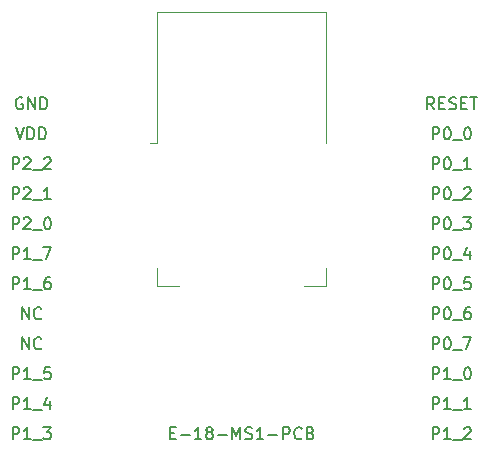
<source format=gbr>
%TF.GenerationSoftware,KiCad,Pcbnew,5.1.9-73d0e3b20d~88~ubuntu20.04.1*%
%TF.CreationDate,2021-04-17T15:00:08+02:00*%
%TF.ProjectId,e18sock,65313873-6f63-46b2-9e6b-696361645f70,rev?*%
%TF.SameCoordinates,Original*%
%TF.FileFunction,Legend,Top*%
%TF.FilePolarity,Positive*%
%FSLAX46Y46*%
G04 Gerber Fmt 4.6, Leading zero omitted, Abs format (unit mm)*
G04 Created by KiCad (PCBNEW 5.1.9-73d0e3b20d~88~ubuntu20.04.1) date 2021-04-17 15:00:08*
%MOMM*%
%LPD*%
G01*
G04 APERTURE LIST*
%ADD10C,0.150000*%
%ADD11C,0.120000*%
G04 APERTURE END LIST*
D10*
X146994761Y-38552380D02*
X146994761Y-37552380D01*
X147375714Y-37552380D01*
X147470952Y-37600000D01*
X147518571Y-37647619D01*
X147566190Y-37742857D01*
X147566190Y-37885714D01*
X147518571Y-37980952D01*
X147470952Y-38028571D01*
X147375714Y-38076190D01*
X146994761Y-38076190D01*
X148185238Y-37552380D02*
X148280476Y-37552380D01*
X148375714Y-37600000D01*
X148423333Y-37647619D01*
X148470952Y-37742857D01*
X148518571Y-37933333D01*
X148518571Y-38171428D01*
X148470952Y-38361904D01*
X148423333Y-38457142D01*
X148375714Y-38504761D01*
X148280476Y-38552380D01*
X148185238Y-38552380D01*
X148090000Y-38504761D01*
X148042380Y-38457142D01*
X147994761Y-38361904D01*
X147947142Y-38171428D01*
X147947142Y-37933333D01*
X147994761Y-37742857D01*
X148042380Y-37647619D01*
X148090000Y-37600000D01*
X148185238Y-37552380D01*
X148709047Y-38647619D02*
X149470952Y-38647619D01*
X149899523Y-37552380D02*
X149994761Y-37552380D01*
X150090000Y-37600000D01*
X150137619Y-37647619D01*
X150185238Y-37742857D01*
X150232857Y-37933333D01*
X150232857Y-38171428D01*
X150185238Y-38361904D01*
X150137619Y-38457142D01*
X150090000Y-38504761D01*
X149994761Y-38552380D01*
X149899523Y-38552380D01*
X149804285Y-38504761D01*
X149756666Y-38457142D01*
X149709047Y-38361904D01*
X149661428Y-38171428D01*
X149661428Y-37933333D01*
X149709047Y-37742857D01*
X149756666Y-37647619D01*
X149804285Y-37600000D01*
X149899523Y-37552380D01*
X146994761Y-41092380D02*
X146994761Y-40092380D01*
X147375714Y-40092380D01*
X147470952Y-40140000D01*
X147518571Y-40187619D01*
X147566190Y-40282857D01*
X147566190Y-40425714D01*
X147518571Y-40520952D01*
X147470952Y-40568571D01*
X147375714Y-40616190D01*
X146994761Y-40616190D01*
X148185238Y-40092380D02*
X148280476Y-40092380D01*
X148375714Y-40140000D01*
X148423333Y-40187619D01*
X148470952Y-40282857D01*
X148518571Y-40473333D01*
X148518571Y-40711428D01*
X148470952Y-40901904D01*
X148423333Y-40997142D01*
X148375714Y-41044761D01*
X148280476Y-41092380D01*
X148185238Y-41092380D01*
X148090000Y-41044761D01*
X148042380Y-40997142D01*
X147994761Y-40901904D01*
X147947142Y-40711428D01*
X147947142Y-40473333D01*
X147994761Y-40282857D01*
X148042380Y-40187619D01*
X148090000Y-40140000D01*
X148185238Y-40092380D01*
X148709047Y-41187619D02*
X149470952Y-41187619D01*
X150232857Y-41092380D02*
X149661428Y-41092380D01*
X149947142Y-41092380D02*
X149947142Y-40092380D01*
X149851904Y-40235238D01*
X149756666Y-40330476D01*
X149661428Y-40378095D01*
X146994761Y-43632380D02*
X146994761Y-42632380D01*
X147375714Y-42632380D01*
X147470952Y-42680000D01*
X147518571Y-42727619D01*
X147566190Y-42822857D01*
X147566190Y-42965714D01*
X147518571Y-43060952D01*
X147470952Y-43108571D01*
X147375714Y-43156190D01*
X146994761Y-43156190D01*
X148185238Y-42632380D02*
X148280476Y-42632380D01*
X148375714Y-42680000D01*
X148423333Y-42727619D01*
X148470952Y-42822857D01*
X148518571Y-43013333D01*
X148518571Y-43251428D01*
X148470952Y-43441904D01*
X148423333Y-43537142D01*
X148375714Y-43584761D01*
X148280476Y-43632380D01*
X148185238Y-43632380D01*
X148090000Y-43584761D01*
X148042380Y-43537142D01*
X147994761Y-43441904D01*
X147947142Y-43251428D01*
X147947142Y-43013333D01*
X147994761Y-42822857D01*
X148042380Y-42727619D01*
X148090000Y-42680000D01*
X148185238Y-42632380D01*
X148709047Y-43727619D02*
X149470952Y-43727619D01*
X149661428Y-42727619D02*
X149709047Y-42680000D01*
X149804285Y-42632380D01*
X150042380Y-42632380D01*
X150137619Y-42680000D01*
X150185238Y-42727619D01*
X150232857Y-42822857D01*
X150232857Y-42918095D01*
X150185238Y-43060952D01*
X149613809Y-43632380D01*
X150232857Y-43632380D01*
X146994761Y-46172380D02*
X146994761Y-45172380D01*
X147375714Y-45172380D01*
X147470952Y-45220000D01*
X147518571Y-45267619D01*
X147566190Y-45362857D01*
X147566190Y-45505714D01*
X147518571Y-45600952D01*
X147470952Y-45648571D01*
X147375714Y-45696190D01*
X146994761Y-45696190D01*
X148185238Y-45172380D02*
X148280476Y-45172380D01*
X148375714Y-45220000D01*
X148423333Y-45267619D01*
X148470952Y-45362857D01*
X148518571Y-45553333D01*
X148518571Y-45791428D01*
X148470952Y-45981904D01*
X148423333Y-46077142D01*
X148375714Y-46124761D01*
X148280476Y-46172380D01*
X148185238Y-46172380D01*
X148090000Y-46124761D01*
X148042380Y-46077142D01*
X147994761Y-45981904D01*
X147947142Y-45791428D01*
X147947142Y-45553333D01*
X147994761Y-45362857D01*
X148042380Y-45267619D01*
X148090000Y-45220000D01*
X148185238Y-45172380D01*
X148709047Y-46267619D02*
X149470952Y-46267619D01*
X149613809Y-45172380D02*
X150232857Y-45172380D01*
X149899523Y-45553333D01*
X150042380Y-45553333D01*
X150137619Y-45600952D01*
X150185238Y-45648571D01*
X150232857Y-45743809D01*
X150232857Y-45981904D01*
X150185238Y-46077142D01*
X150137619Y-46124761D01*
X150042380Y-46172380D01*
X149756666Y-46172380D01*
X149661428Y-46124761D01*
X149613809Y-46077142D01*
X146994761Y-48712380D02*
X146994761Y-47712380D01*
X147375714Y-47712380D01*
X147470952Y-47760000D01*
X147518571Y-47807619D01*
X147566190Y-47902857D01*
X147566190Y-48045714D01*
X147518571Y-48140952D01*
X147470952Y-48188571D01*
X147375714Y-48236190D01*
X146994761Y-48236190D01*
X148185238Y-47712380D02*
X148280476Y-47712380D01*
X148375714Y-47760000D01*
X148423333Y-47807619D01*
X148470952Y-47902857D01*
X148518571Y-48093333D01*
X148518571Y-48331428D01*
X148470952Y-48521904D01*
X148423333Y-48617142D01*
X148375714Y-48664761D01*
X148280476Y-48712380D01*
X148185238Y-48712380D01*
X148090000Y-48664761D01*
X148042380Y-48617142D01*
X147994761Y-48521904D01*
X147947142Y-48331428D01*
X147947142Y-48093333D01*
X147994761Y-47902857D01*
X148042380Y-47807619D01*
X148090000Y-47760000D01*
X148185238Y-47712380D01*
X148709047Y-48807619D02*
X149470952Y-48807619D01*
X150137619Y-48045714D02*
X150137619Y-48712380D01*
X149899523Y-47664761D02*
X149661428Y-48379047D01*
X150280476Y-48379047D01*
X146994761Y-51252380D02*
X146994761Y-50252380D01*
X147375714Y-50252380D01*
X147470952Y-50300000D01*
X147518571Y-50347619D01*
X147566190Y-50442857D01*
X147566190Y-50585714D01*
X147518571Y-50680952D01*
X147470952Y-50728571D01*
X147375714Y-50776190D01*
X146994761Y-50776190D01*
X148185238Y-50252380D02*
X148280476Y-50252380D01*
X148375714Y-50300000D01*
X148423333Y-50347619D01*
X148470952Y-50442857D01*
X148518571Y-50633333D01*
X148518571Y-50871428D01*
X148470952Y-51061904D01*
X148423333Y-51157142D01*
X148375714Y-51204761D01*
X148280476Y-51252380D01*
X148185238Y-51252380D01*
X148090000Y-51204761D01*
X148042380Y-51157142D01*
X147994761Y-51061904D01*
X147947142Y-50871428D01*
X147947142Y-50633333D01*
X147994761Y-50442857D01*
X148042380Y-50347619D01*
X148090000Y-50300000D01*
X148185238Y-50252380D01*
X148709047Y-51347619D02*
X149470952Y-51347619D01*
X150185238Y-50252380D02*
X149709047Y-50252380D01*
X149661428Y-50728571D01*
X149709047Y-50680952D01*
X149804285Y-50633333D01*
X150042380Y-50633333D01*
X150137619Y-50680952D01*
X150185238Y-50728571D01*
X150232857Y-50823809D01*
X150232857Y-51061904D01*
X150185238Y-51157142D01*
X150137619Y-51204761D01*
X150042380Y-51252380D01*
X149804285Y-51252380D01*
X149709047Y-51204761D01*
X149661428Y-51157142D01*
X146994761Y-53792380D02*
X146994761Y-52792380D01*
X147375714Y-52792380D01*
X147470952Y-52840000D01*
X147518571Y-52887619D01*
X147566190Y-52982857D01*
X147566190Y-53125714D01*
X147518571Y-53220952D01*
X147470952Y-53268571D01*
X147375714Y-53316190D01*
X146994761Y-53316190D01*
X148185238Y-52792380D02*
X148280476Y-52792380D01*
X148375714Y-52840000D01*
X148423333Y-52887619D01*
X148470952Y-52982857D01*
X148518571Y-53173333D01*
X148518571Y-53411428D01*
X148470952Y-53601904D01*
X148423333Y-53697142D01*
X148375714Y-53744761D01*
X148280476Y-53792380D01*
X148185238Y-53792380D01*
X148090000Y-53744761D01*
X148042380Y-53697142D01*
X147994761Y-53601904D01*
X147947142Y-53411428D01*
X147947142Y-53173333D01*
X147994761Y-52982857D01*
X148042380Y-52887619D01*
X148090000Y-52840000D01*
X148185238Y-52792380D01*
X148709047Y-53887619D02*
X149470952Y-53887619D01*
X150137619Y-52792380D02*
X149947142Y-52792380D01*
X149851904Y-52840000D01*
X149804285Y-52887619D01*
X149709047Y-53030476D01*
X149661428Y-53220952D01*
X149661428Y-53601904D01*
X149709047Y-53697142D01*
X149756666Y-53744761D01*
X149851904Y-53792380D01*
X150042380Y-53792380D01*
X150137619Y-53744761D01*
X150185238Y-53697142D01*
X150232857Y-53601904D01*
X150232857Y-53363809D01*
X150185238Y-53268571D01*
X150137619Y-53220952D01*
X150042380Y-53173333D01*
X149851904Y-53173333D01*
X149756666Y-53220952D01*
X149709047Y-53268571D01*
X149661428Y-53363809D01*
X147137619Y-36012380D02*
X146804285Y-35536190D01*
X146566190Y-36012380D02*
X146566190Y-35012380D01*
X146947142Y-35012380D01*
X147042380Y-35060000D01*
X147090000Y-35107619D01*
X147137619Y-35202857D01*
X147137619Y-35345714D01*
X147090000Y-35440952D01*
X147042380Y-35488571D01*
X146947142Y-35536190D01*
X146566190Y-35536190D01*
X147566190Y-35488571D02*
X147899523Y-35488571D01*
X148042380Y-36012380D02*
X147566190Y-36012380D01*
X147566190Y-35012380D01*
X148042380Y-35012380D01*
X148423333Y-35964761D02*
X148566190Y-36012380D01*
X148804285Y-36012380D01*
X148899523Y-35964761D01*
X148947142Y-35917142D01*
X148994761Y-35821904D01*
X148994761Y-35726666D01*
X148947142Y-35631428D01*
X148899523Y-35583809D01*
X148804285Y-35536190D01*
X148613809Y-35488571D01*
X148518571Y-35440952D01*
X148470952Y-35393333D01*
X148423333Y-35298095D01*
X148423333Y-35202857D01*
X148470952Y-35107619D01*
X148518571Y-35060000D01*
X148613809Y-35012380D01*
X148851904Y-35012380D01*
X148994761Y-35060000D01*
X149423333Y-35488571D02*
X149756666Y-35488571D01*
X149899523Y-36012380D02*
X149423333Y-36012380D01*
X149423333Y-35012380D01*
X149899523Y-35012380D01*
X150185238Y-35012380D02*
X150756666Y-35012380D01*
X150470952Y-36012380D02*
X150470952Y-35012380D01*
X146994761Y-56332380D02*
X146994761Y-55332380D01*
X147375714Y-55332380D01*
X147470952Y-55380000D01*
X147518571Y-55427619D01*
X147566190Y-55522857D01*
X147566190Y-55665714D01*
X147518571Y-55760952D01*
X147470952Y-55808571D01*
X147375714Y-55856190D01*
X146994761Y-55856190D01*
X148185238Y-55332380D02*
X148280476Y-55332380D01*
X148375714Y-55380000D01*
X148423333Y-55427619D01*
X148470952Y-55522857D01*
X148518571Y-55713333D01*
X148518571Y-55951428D01*
X148470952Y-56141904D01*
X148423333Y-56237142D01*
X148375714Y-56284761D01*
X148280476Y-56332380D01*
X148185238Y-56332380D01*
X148090000Y-56284761D01*
X148042380Y-56237142D01*
X147994761Y-56141904D01*
X147947142Y-55951428D01*
X147947142Y-55713333D01*
X147994761Y-55522857D01*
X148042380Y-55427619D01*
X148090000Y-55380000D01*
X148185238Y-55332380D01*
X148709047Y-56427619D02*
X149470952Y-56427619D01*
X149613809Y-55332380D02*
X150280476Y-55332380D01*
X149851904Y-56332380D01*
X146994761Y-58872380D02*
X146994761Y-57872380D01*
X147375714Y-57872380D01*
X147470952Y-57920000D01*
X147518571Y-57967619D01*
X147566190Y-58062857D01*
X147566190Y-58205714D01*
X147518571Y-58300952D01*
X147470952Y-58348571D01*
X147375714Y-58396190D01*
X146994761Y-58396190D01*
X148518571Y-58872380D02*
X147947142Y-58872380D01*
X148232857Y-58872380D02*
X148232857Y-57872380D01*
X148137619Y-58015238D01*
X148042380Y-58110476D01*
X147947142Y-58158095D01*
X148709047Y-58967619D02*
X149470952Y-58967619D01*
X149899523Y-57872380D02*
X149994761Y-57872380D01*
X150090000Y-57920000D01*
X150137619Y-57967619D01*
X150185238Y-58062857D01*
X150232857Y-58253333D01*
X150232857Y-58491428D01*
X150185238Y-58681904D01*
X150137619Y-58777142D01*
X150090000Y-58824761D01*
X149994761Y-58872380D01*
X149899523Y-58872380D01*
X149804285Y-58824761D01*
X149756666Y-58777142D01*
X149709047Y-58681904D01*
X149661428Y-58491428D01*
X149661428Y-58253333D01*
X149709047Y-58062857D01*
X149756666Y-57967619D01*
X149804285Y-57920000D01*
X149899523Y-57872380D01*
X146994761Y-61412380D02*
X146994761Y-60412380D01*
X147375714Y-60412380D01*
X147470952Y-60460000D01*
X147518571Y-60507619D01*
X147566190Y-60602857D01*
X147566190Y-60745714D01*
X147518571Y-60840952D01*
X147470952Y-60888571D01*
X147375714Y-60936190D01*
X146994761Y-60936190D01*
X148518571Y-61412380D02*
X147947142Y-61412380D01*
X148232857Y-61412380D02*
X148232857Y-60412380D01*
X148137619Y-60555238D01*
X148042380Y-60650476D01*
X147947142Y-60698095D01*
X148709047Y-61507619D02*
X149470952Y-61507619D01*
X150232857Y-61412380D02*
X149661428Y-61412380D01*
X149947142Y-61412380D02*
X149947142Y-60412380D01*
X149851904Y-60555238D01*
X149756666Y-60650476D01*
X149661428Y-60698095D01*
X146994761Y-63952380D02*
X146994761Y-62952380D01*
X147375714Y-62952380D01*
X147470952Y-63000000D01*
X147518571Y-63047619D01*
X147566190Y-63142857D01*
X147566190Y-63285714D01*
X147518571Y-63380952D01*
X147470952Y-63428571D01*
X147375714Y-63476190D01*
X146994761Y-63476190D01*
X148518571Y-63952380D02*
X147947142Y-63952380D01*
X148232857Y-63952380D02*
X148232857Y-62952380D01*
X148137619Y-63095238D01*
X148042380Y-63190476D01*
X147947142Y-63238095D01*
X148709047Y-64047619D02*
X149470952Y-64047619D01*
X149661428Y-63047619D02*
X149709047Y-63000000D01*
X149804285Y-62952380D01*
X150042380Y-62952380D01*
X150137619Y-63000000D01*
X150185238Y-63047619D01*
X150232857Y-63142857D01*
X150232857Y-63238095D01*
X150185238Y-63380952D01*
X149613809Y-63952380D01*
X150232857Y-63952380D01*
X111434761Y-63952380D02*
X111434761Y-62952380D01*
X111815714Y-62952380D01*
X111910952Y-63000000D01*
X111958571Y-63047619D01*
X112006190Y-63142857D01*
X112006190Y-63285714D01*
X111958571Y-63380952D01*
X111910952Y-63428571D01*
X111815714Y-63476190D01*
X111434761Y-63476190D01*
X112958571Y-63952380D02*
X112387142Y-63952380D01*
X112672857Y-63952380D02*
X112672857Y-62952380D01*
X112577619Y-63095238D01*
X112482380Y-63190476D01*
X112387142Y-63238095D01*
X113149047Y-64047619D02*
X113910952Y-64047619D01*
X114053809Y-62952380D02*
X114672857Y-62952380D01*
X114339523Y-63333333D01*
X114482380Y-63333333D01*
X114577619Y-63380952D01*
X114625238Y-63428571D01*
X114672857Y-63523809D01*
X114672857Y-63761904D01*
X114625238Y-63857142D01*
X114577619Y-63904761D01*
X114482380Y-63952380D01*
X114196666Y-63952380D01*
X114101428Y-63904761D01*
X114053809Y-63857142D01*
X111434761Y-61412380D02*
X111434761Y-60412380D01*
X111815714Y-60412380D01*
X111910952Y-60460000D01*
X111958571Y-60507619D01*
X112006190Y-60602857D01*
X112006190Y-60745714D01*
X111958571Y-60840952D01*
X111910952Y-60888571D01*
X111815714Y-60936190D01*
X111434761Y-60936190D01*
X112958571Y-61412380D02*
X112387142Y-61412380D01*
X112672857Y-61412380D02*
X112672857Y-60412380D01*
X112577619Y-60555238D01*
X112482380Y-60650476D01*
X112387142Y-60698095D01*
X113149047Y-61507619D02*
X113910952Y-61507619D01*
X114577619Y-60745714D02*
X114577619Y-61412380D01*
X114339523Y-60364761D02*
X114101428Y-61079047D01*
X114720476Y-61079047D01*
X111434761Y-58872380D02*
X111434761Y-57872380D01*
X111815714Y-57872380D01*
X111910952Y-57920000D01*
X111958571Y-57967619D01*
X112006190Y-58062857D01*
X112006190Y-58205714D01*
X111958571Y-58300952D01*
X111910952Y-58348571D01*
X111815714Y-58396190D01*
X111434761Y-58396190D01*
X112958571Y-58872380D02*
X112387142Y-58872380D01*
X112672857Y-58872380D02*
X112672857Y-57872380D01*
X112577619Y-58015238D01*
X112482380Y-58110476D01*
X112387142Y-58158095D01*
X113149047Y-58967619D02*
X113910952Y-58967619D01*
X114625238Y-57872380D02*
X114149047Y-57872380D01*
X114101428Y-58348571D01*
X114149047Y-58300952D01*
X114244285Y-58253333D01*
X114482380Y-58253333D01*
X114577619Y-58300952D01*
X114625238Y-58348571D01*
X114672857Y-58443809D01*
X114672857Y-58681904D01*
X114625238Y-58777142D01*
X114577619Y-58824761D01*
X114482380Y-58872380D01*
X114244285Y-58872380D01*
X114149047Y-58824761D01*
X114101428Y-58777142D01*
X112244285Y-56332380D02*
X112244285Y-55332380D01*
X112815714Y-56332380D01*
X112815714Y-55332380D01*
X113863333Y-56237142D02*
X113815714Y-56284761D01*
X113672857Y-56332380D01*
X113577619Y-56332380D01*
X113434761Y-56284761D01*
X113339523Y-56189523D01*
X113291904Y-56094285D01*
X113244285Y-55903809D01*
X113244285Y-55760952D01*
X113291904Y-55570476D01*
X113339523Y-55475238D01*
X113434761Y-55380000D01*
X113577619Y-55332380D01*
X113672857Y-55332380D01*
X113815714Y-55380000D01*
X113863333Y-55427619D01*
X112244285Y-53792380D02*
X112244285Y-52792380D01*
X112815714Y-53792380D01*
X112815714Y-52792380D01*
X113863333Y-53697142D02*
X113815714Y-53744761D01*
X113672857Y-53792380D01*
X113577619Y-53792380D01*
X113434761Y-53744761D01*
X113339523Y-53649523D01*
X113291904Y-53554285D01*
X113244285Y-53363809D01*
X113244285Y-53220952D01*
X113291904Y-53030476D01*
X113339523Y-52935238D01*
X113434761Y-52840000D01*
X113577619Y-52792380D01*
X113672857Y-52792380D01*
X113815714Y-52840000D01*
X113863333Y-52887619D01*
X111434761Y-51252380D02*
X111434761Y-50252380D01*
X111815714Y-50252380D01*
X111910952Y-50300000D01*
X111958571Y-50347619D01*
X112006190Y-50442857D01*
X112006190Y-50585714D01*
X111958571Y-50680952D01*
X111910952Y-50728571D01*
X111815714Y-50776190D01*
X111434761Y-50776190D01*
X112958571Y-51252380D02*
X112387142Y-51252380D01*
X112672857Y-51252380D02*
X112672857Y-50252380D01*
X112577619Y-50395238D01*
X112482380Y-50490476D01*
X112387142Y-50538095D01*
X113149047Y-51347619D02*
X113910952Y-51347619D01*
X114577619Y-50252380D02*
X114387142Y-50252380D01*
X114291904Y-50300000D01*
X114244285Y-50347619D01*
X114149047Y-50490476D01*
X114101428Y-50680952D01*
X114101428Y-51061904D01*
X114149047Y-51157142D01*
X114196666Y-51204761D01*
X114291904Y-51252380D01*
X114482380Y-51252380D01*
X114577619Y-51204761D01*
X114625238Y-51157142D01*
X114672857Y-51061904D01*
X114672857Y-50823809D01*
X114625238Y-50728571D01*
X114577619Y-50680952D01*
X114482380Y-50633333D01*
X114291904Y-50633333D01*
X114196666Y-50680952D01*
X114149047Y-50728571D01*
X114101428Y-50823809D01*
X111434761Y-48712380D02*
X111434761Y-47712380D01*
X111815714Y-47712380D01*
X111910952Y-47760000D01*
X111958571Y-47807619D01*
X112006190Y-47902857D01*
X112006190Y-48045714D01*
X111958571Y-48140952D01*
X111910952Y-48188571D01*
X111815714Y-48236190D01*
X111434761Y-48236190D01*
X112958571Y-48712380D02*
X112387142Y-48712380D01*
X112672857Y-48712380D02*
X112672857Y-47712380D01*
X112577619Y-47855238D01*
X112482380Y-47950476D01*
X112387142Y-47998095D01*
X113149047Y-48807619D02*
X113910952Y-48807619D01*
X114053809Y-47712380D02*
X114720476Y-47712380D01*
X114291904Y-48712380D01*
X111434761Y-46172380D02*
X111434761Y-45172380D01*
X111815714Y-45172380D01*
X111910952Y-45220000D01*
X111958571Y-45267619D01*
X112006190Y-45362857D01*
X112006190Y-45505714D01*
X111958571Y-45600952D01*
X111910952Y-45648571D01*
X111815714Y-45696190D01*
X111434761Y-45696190D01*
X112387142Y-45267619D02*
X112434761Y-45220000D01*
X112530000Y-45172380D01*
X112768095Y-45172380D01*
X112863333Y-45220000D01*
X112910952Y-45267619D01*
X112958571Y-45362857D01*
X112958571Y-45458095D01*
X112910952Y-45600952D01*
X112339523Y-46172380D01*
X112958571Y-46172380D01*
X113149047Y-46267619D02*
X113910952Y-46267619D01*
X114339523Y-45172380D02*
X114434761Y-45172380D01*
X114530000Y-45220000D01*
X114577619Y-45267619D01*
X114625238Y-45362857D01*
X114672857Y-45553333D01*
X114672857Y-45791428D01*
X114625238Y-45981904D01*
X114577619Y-46077142D01*
X114530000Y-46124761D01*
X114434761Y-46172380D01*
X114339523Y-46172380D01*
X114244285Y-46124761D01*
X114196666Y-46077142D01*
X114149047Y-45981904D01*
X114101428Y-45791428D01*
X114101428Y-45553333D01*
X114149047Y-45362857D01*
X114196666Y-45267619D01*
X114244285Y-45220000D01*
X114339523Y-45172380D01*
X111434761Y-41092380D02*
X111434761Y-40092380D01*
X111815714Y-40092380D01*
X111910952Y-40140000D01*
X111958571Y-40187619D01*
X112006190Y-40282857D01*
X112006190Y-40425714D01*
X111958571Y-40520952D01*
X111910952Y-40568571D01*
X111815714Y-40616190D01*
X111434761Y-40616190D01*
X112387142Y-40187619D02*
X112434761Y-40140000D01*
X112530000Y-40092380D01*
X112768095Y-40092380D01*
X112863333Y-40140000D01*
X112910952Y-40187619D01*
X112958571Y-40282857D01*
X112958571Y-40378095D01*
X112910952Y-40520952D01*
X112339523Y-41092380D01*
X112958571Y-41092380D01*
X113149047Y-41187619D02*
X113910952Y-41187619D01*
X114101428Y-40187619D02*
X114149047Y-40140000D01*
X114244285Y-40092380D01*
X114482380Y-40092380D01*
X114577619Y-40140000D01*
X114625238Y-40187619D01*
X114672857Y-40282857D01*
X114672857Y-40378095D01*
X114625238Y-40520952D01*
X114053809Y-41092380D01*
X114672857Y-41092380D01*
X111696666Y-37552380D02*
X112030000Y-38552380D01*
X112363333Y-37552380D01*
X112696666Y-38552380D02*
X112696666Y-37552380D01*
X112934761Y-37552380D01*
X113077619Y-37600000D01*
X113172857Y-37695238D01*
X113220476Y-37790476D01*
X113268095Y-37980952D01*
X113268095Y-38123809D01*
X113220476Y-38314285D01*
X113172857Y-38409523D01*
X113077619Y-38504761D01*
X112934761Y-38552380D01*
X112696666Y-38552380D01*
X113696666Y-38552380D02*
X113696666Y-37552380D01*
X113934761Y-37552380D01*
X114077619Y-37600000D01*
X114172857Y-37695238D01*
X114220476Y-37790476D01*
X114268095Y-37980952D01*
X114268095Y-38123809D01*
X114220476Y-38314285D01*
X114172857Y-38409523D01*
X114077619Y-38504761D01*
X113934761Y-38552380D01*
X113696666Y-38552380D01*
X112268095Y-35060000D02*
X112172857Y-35012380D01*
X112030000Y-35012380D01*
X111887142Y-35060000D01*
X111791904Y-35155238D01*
X111744285Y-35250476D01*
X111696666Y-35440952D01*
X111696666Y-35583809D01*
X111744285Y-35774285D01*
X111791904Y-35869523D01*
X111887142Y-35964761D01*
X112030000Y-36012380D01*
X112125238Y-36012380D01*
X112268095Y-35964761D01*
X112315714Y-35917142D01*
X112315714Y-35583809D01*
X112125238Y-35583809D01*
X112744285Y-36012380D02*
X112744285Y-35012380D01*
X113315714Y-36012380D01*
X113315714Y-35012380D01*
X113791904Y-36012380D02*
X113791904Y-35012380D01*
X114030000Y-35012380D01*
X114172857Y-35060000D01*
X114268095Y-35155238D01*
X114315714Y-35250476D01*
X114363333Y-35440952D01*
X114363333Y-35583809D01*
X114315714Y-35774285D01*
X114268095Y-35869523D01*
X114172857Y-35964761D01*
X114030000Y-36012380D01*
X113791904Y-36012380D01*
X111434761Y-43632380D02*
X111434761Y-42632380D01*
X111815714Y-42632380D01*
X111910952Y-42680000D01*
X111958571Y-42727619D01*
X112006190Y-42822857D01*
X112006190Y-42965714D01*
X111958571Y-43060952D01*
X111910952Y-43108571D01*
X111815714Y-43156190D01*
X111434761Y-43156190D01*
X112387142Y-42727619D02*
X112434761Y-42680000D01*
X112530000Y-42632380D01*
X112768095Y-42632380D01*
X112863333Y-42680000D01*
X112910952Y-42727619D01*
X112958571Y-42822857D01*
X112958571Y-42918095D01*
X112910952Y-43060952D01*
X112339523Y-43632380D01*
X112958571Y-43632380D01*
X113149047Y-43727619D02*
X113910952Y-43727619D01*
X114672857Y-43632380D02*
X114101428Y-43632380D01*
X114387142Y-43632380D02*
X114387142Y-42632380D01*
X114291904Y-42775238D01*
X114196666Y-42870476D01*
X114101428Y-42918095D01*
D11*
%TO.C,E-18-MS1-PCB*%
X123640000Y-50990000D02*
X123640000Y-49420000D01*
X123640000Y-50990000D02*
X125530000Y-50990000D01*
X136090000Y-50990000D02*
X137980000Y-50990000D01*
X137980000Y-50990000D02*
X137980000Y-49420000D01*
X137980000Y-38910000D02*
X137980000Y-27750000D01*
X137980000Y-27750000D02*
X123640000Y-27750000D01*
X123640000Y-27750000D02*
X123640000Y-38910000D01*
X123640000Y-38910000D02*
X123040000Y-38910000D01*
D10*
X124762380Y-63428571D02*
X125095714Y-63428571D01*
X125238571Y-63952380D02*
X124762380Y-63952380D01*
X124762380Y-62952380D01*
X125238571Y-62952380D01*
X125667142Y-63571428D02*
X126429047Y-63571428D01*
X127429047Y-63952380D02*
X126857619Y-63952380D01*
X127143333Y-63952380D02*
X127143333Y-62952380D01*
X127048095Y-63095238D01*
X126952857Y-63190476D01*
X126857619Y-63238095D01*
X128000476Y-63380952D02*
X127905238Y-63333333D01*
X127857619Y-63285714D01*
X127810000Y-63190476D01*
X127810000Y-63142857D01*
X127857619Y-63047619D01*
X127905238Y-63000000D01*
X128000476Y-62952380D01*
X128190952Y-62952380D01*
X128286190Y-63000000D01*
X128333809Y-63047619D01*
X128381428Y-63142857D01*
X128381428Y-63190476D01*
X128333809Y-63285714D01*
X128286190Y-63333333D01*
X128190952Y-63380952D01*
X128000476Y-63380952D01*
X127905238Y-63428571D01*
X127857619Y-63476190D01*
X127810000Y-63571428D01*
X127810000Y-63761904D01*
X127857619Y-63857142D01*
X127905238Y-63904761D01*
X128000476Y-63952380D01*
X128190952Y-63952380D01*
X128286190Y-63904761D01*
X128333809Y-63857142D01*
X128381428Y-63761904D01*
X128381428Y-63571428D01*
X128333809Y-63476190D01*
X128286190Y-63428571D01*
X128190952Y-63380952D01*
X128810000Y-63571428D02*
X129571904Y-63571428D01*
X130048095Y-63952380D02*
X130048095Y-62952380D01*
X130381428Y-63666666D01*
X130714761Y-62952380D01*
X130714761Y-63952380D01*
X131143333Y-63904761D02*
X131286190Y-63952380D01*
X131524285Y-63952380D01*
X131619523Y-63904761D01*
X131667142Y-63857142D01*
X131714761Y-63761904D01*
X131714761Y-63666666D01*
X131667142Y-63571428D01*
X131619523Y-63523809D01*
X131524285Y-63476190D01*
X131333809Y-63428571D01*
X131238571Y-63380952D01*
X131190952Y-63333333D01*
X131143333Y-63238095D01*
X131143333Y-63142857D01*
X131190952Y-63047619D01*
X131238571Y-63000000D01*
X131333809Y-62952380D01*
X131571904Y-62952380D01*
X131714761Y-63000000D01*
X132667142Y-63952380D02*
X132095714Y-63952380D01*
X132381428Y-63952380D02*
X132381428Y-62952380D01*
X132286190Y-63095238D01*
X132190952Y-63190476D01*
X132095714Y-63238095D01*
X133095714Y-63571428D02*
X133857619Y-63571428D01*
X134333809Y-63952380D02*
X134333809Y-62952380D01*
X134714761Y-62952380D01*
X134810000Y-63000000D01*
X134857619Y-63047619D01*
X134905238Y-63142857D01*
X134905238Y-63285714D01*
X134857619Y-63380952D01*
X134810000Y-63428571D01*
X134714761Y-63476190D01*
X134333809Y-63476190D01*
X135905238Y-63857142D02*
X135857619Y-63904761D01*
X135714761Y-63952380D01*
X135619523Y-63952380D01*
X135476666Y-63904761D01*
X135381428Y-63809523D01*
X135333809Y-63714285D01*
X135286190Y-63523809D01*
X135286190Y-63380952D01*
X135333809Y-63190476D01*
X135381428Y-63095238D01*
X135476666Y-63000000D01*
X135619523Y-62952380D01*
X135714761Y-62952380D01*
X135857619Y-63000000D01*
X135905238Y-63047619D01*
X136667142Y-63428571D02*
X136810000Y-63476190D01*
X136857619Y-63523809D01*
X136905238Y-63619047D01*
X136905238Y-63761904D01*
X136857619Y-63857142D01*
X136810000Y-63904761D01*
X136714761Y-63952380D01*
X136333809Y-63952380D01*
X136333809Y-62952380D01*
X136667142Y-62952380D01*
X136762380Y-63000000D01*
X136810000Y-63047619D01*
X136857619Y-63142857D01*
X136857619Y-63238095D01*
X136810000Y-63333333D01*
X136762380Y-63380952D01*
X136667142Y-63428571D01*
X136333809Y-63428571D01*
%TD*%
M02*

</source>
